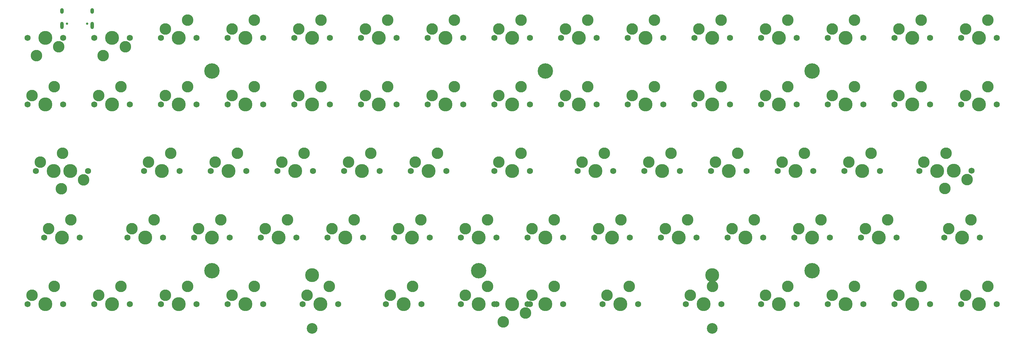
<source format=gbr>
%TF.GenerationSoftware,KiCad,Pcbnew,(6.0.8-1)-1*%
%TF.CreationDate,2024-01-21T20:58:34+01:00*%
%TF.ProjectId,tsuka60-pro,7473756b-6136-4302-9d70-726f2e6b6963,rev?*%
%TF.SameCoordinates,Original*%
%TF.FileFunction,Soldermask,Top*%
%TF.FilePolarity,Negative*%
%FSLAX46Y46*%
G04 Gerber Fmt 4.6, Leading zero omitted, Abs format (unit mm)*
G04 Created by KiCad (PCBNEW (6.0.8-1)-1) date 2024-01-21 20:58:34*
%MOMM*%
%LPD*%
G01*
G04 APERTURE LIST*
%ADD10C,4.400000*%
%ADD11C,2.600000*%
%ADD12C,3.987800*%
%ADD13C,3.048000*%
%ADD14C,1.750000*%
%ADD15C,3.300000*%
%ADD16C,0.650000*%
%ADD17O,1.000000X1.600000*%
%ADD18O,1.000000X2.100000*%
G04 APERTURE END LIST*
D10*
%TO.C,H1*%
X120650000Y-98425000D03*
D11*
X120650000Y-98425000D03*
%TD*%
%TO.C,H2*%
X215900000Y-98425000D03*
D10*
X215900000Y-98425000D03*
%TD*%
%TO.C,H5*%
X196850000Y-155575000D03*
D11*
X196850000Y-155575000D03*
%TD*%
D12*
%TO.C,S1*%
X149225000Y-156845000D03*
X263525000Y-156845000D03*
D13*
X263525000Y-172085000D03*
X149225000Y-172085000D03*
%TD*%
D10*
%TO.C,H6*%
X292100000Y-155575000D03*
D11*
X292100000Y-155575000D03*
%TD*%
D10*
%TO.C,H4*%
X120650000Y-155575000D03*
D11*
X120650000Y-155575000D03*
%TD*%
D10*
%TO.C,H3*%
X292100000Y-98425000D03*
D11*
X292100000Y-98425000D03*
%TD*%
D14*
%TO.C,MX56*%
X278130000Y-146050000D03*
D12*
X273050000Y-146050000D03*
D14*
X267970000Y-146050000D03*
D15*
X269240000Y-143510000D03*
X275590000Y-140970000D03*
%TD*%
D12*
%TO.C,MX73*%
X301625000Y-165100000D03*
D14*
X296545000Y-165100000D03*
X306705000Y-165100000D03*
D15*
X297815000Y-162560000D03*
X304165000Y-160020000D03*
%TD*%
D14*
%TO.C,MX39*%
X225107500Y-127000000D03*
X235267500Y-127000000D03*
D12*
X230187500Y-127000000D03*
D15*
X226377500Y-124460000D03*
X232727500Y-121920000D03*
%TD*%
D14*
%TO.C,MX19*%
X125095000Y-107950000D03*
X135255000Y-107950000D03*
D12*
X130175000Y-107950000D03*
D15*
X126365000Y-105410000D03*
X132715000Y-102870000D03*
%TD*%
D14*
%TO.C,MX5*%
X144145000Y-88900000D03*
D12*
X149225000Y-88900000D03*
D14*
X154305000Y-88900000D03*
D15*
X145415000Y-86360000D03*
X151765000Y-83820000D03*
%TD*%
D14*
%TO.C,MX16*%
X67945000Y-107950000D03*
X78105000Y-107950000D03*
D12*
X73025000Y-107950000D03*
D15*
X69215000Y-105410000D03*
X75565000Y-102870000D03*
%TD*%
D14*
%TO.C,MX51*%
X153670000Y-146050000D03*
D12*
X158750000Y-146050000D03*
D14*
X163830000Y-146050000D03*
D15*
X154940000Y-143510000D03*
X161290000Y-140970000D03*
%TD*%
D14*
%TO.C,MX40*%
X244157500Y-127000000D03*
D12*
X249237500Y-127000000D03*
D14*
X254317500Y-127000000D03*
D15*
X245427500Y-124460000D03*
X251777500Y-121920000D03*
%TD*%
D14*
%TO.C,MX8*%
X211455000Y-88900000D03*
D12*
X206375000Y-88900000D03*
D14*
X201295000Y-88900000D03*
D15*
X202565000Y-86360000D03*
X208915000Y-83820000D03*
%TD*%
D14*
%TO.C,MX7*%
X182245000Y-88900000D03*
X192405000Y-88900000D03*
D12*
X187325000Y-88900000D03*
D15*
X183515000Y-86360000D03*
X189865000Y-83820000D03*
%TD*%
D14*
%TO.C,MX26*%
X258445000Y-107950000D03*
X268605000Y-107950000D03*
D12*
X263525000Y-107950000D03*
D15*
X259715000Y-105410000D03*
X266065000Y-102870000D03*
%TD*%
D14*
%TO.C,MX68*%
X210820000Y-146050000D03*
D12*
X215900000Y-146050000D03*
D14*
X220980000Y-146050000D03*
D15*
X212090000Y-143510000D03*
X218440000Y-140970000D03*
%TD*%
D14*
%TO.C,MX41*%
X263207500Y-127000000D03*
X273367500Y-127000000D03*
D12*
X268287500Y-127000000D03*
D15*
X264477500Y-124460000D03*
X270827500Y-121920000D03*
%TD*%
D14*
%TO.C,MX48*%
X96520000Y-146050000D03*
D12*
X101600000Y-146050000D03*
D14*
X106680000Y-146050000D03*
D15*
X97790000Y-143510000D03*
X104140000Y-140970000D03*
%TD*%
D14*
%TO.C,MX65*%
X156686250Y-165100000D03*
X146526250Y-165100000D03*
D12*
X151606250Y-165100000D03*
D15*
X147796250Y-162560000D03*
X154146250Y-160020000D03*
%TD*%
D14*
%TO.C,MX22*%
X182245000Y-107950000D03*
D12*
X187325000Y-107950000D03*
D14*
X192405000Y-107950000D03*
D15*
X183515000Y-105410000D03*
X189865000Y-102870000D03*
%TD*%
D14*
%TO.C,MX69*%
X220980000Y-165100000D03*
X210820000Y-165100000D03*
D12*
X215900000Y-165100000D03*
D15*
X212090000Y-162560000D03*
X218440000Y-160020000D03*
%TD*%
D14*
%TO.C,MX35*%
X149542500Y-127000000D03*
X139382500Y-127000000D03*
D12*
X144462500Y-127000000D03*
D15*
X140652500Y-124460000D03*
X147002500Y-121920000D03*
%TD*%
D14*
%TO.C,MX32*%
X85248750Y-127000000D03*
D12*
X80168750Y-127000000D03*
D14*
X75088750Y-127000000D03*
D15*
X83978750Y-129540000D03*
X77628750Y-132080000D03*
%TD*%
D12*
%TO.C,MX2*%
X92075000Y-88900000D03*
D14*
X86995000Y-88900000D03*
X97155000Y-88900000D03*
D15*
X95885000Y-91440000D03*
X89535000Y-93980000D03*
%TD*%
D14*
%TO.C,MX66*%
X180498750Y-165100000D03*
X170338750Y-165100000D03*
D12*
X175418750Y-165100000D03*
D15*
X171608750Y-162560000D03*
X177958750Y-160020000D03*
%TD*%
D14*
%TO.C,MX14*%
X315595000Y-88900000D03*
X325755000Y-88900000D03*
D12*
X320675000Y-88900000D03*
D15*
X316865000Y-86360000D03*
X323215000Y-83820000D03*
%TD*%
D12*
%TO.C,MX67*%
X196850000Y-165100000D03*
D14*
X201930000Y-165100000D03*
X191770000Y-165100000D03*
D15*
X193040000Y-162560000D03*
X199390000Y-160020000D03*
%TD*%
D12*
%TO.C,MX54*%
X234950000Y-146050000D03*
D14*
X240030000Y-146050000D03*
X229870000Y-146050000D03*
D15*
X231140000Y-143510000D03*
X237490000Y-140970000D03*
%TD*%
D14*
%TO.C,MX10*%
X239395000Y-88900000D03*
D12*
X244475000Y-88900000D03*
D14*
X249555000Y-88900000D03*
D15*
X240665000Y-86360000D03*
X247015000Y-83820000D03*
%TD*%
D12*
%TO.C,MX20*%
X149225000Y-107950000D03*
D14*
X154305000Y-107950000D03*
X144145000Y-107950000D03*
D15*
X145415000Y-105410000D03*
X151765000Y-102870000D03*
%TD*%
D14*
%TO.C,MX32_2*%
X80486250Y-127000000D03*
D12*
X75406250Y-127000000D03*
D14*
X70326250Y-127000000D03*
D15*
X71596250Y-124460000D03*
X77946250Y-121920000D03*
%TD*%
D14*
%TO.C,MX42*%
X282257500Y-127000000D03*
D12*
X287337500Y-127000000D03*
D14*
X292417500Y-127000000D03*
D15*
X283527500Y-124460000D03*
X289877500Y-121920000D03*
%TD*%
D12*
%TO.C,MX24*%
X225425000Y-107950000D03*
D14*
X230505000Y-107950000D03*
X220345000Y-107950000D03*
D15*
X221615000Y-105410000D03*
X227965000Y-102870000D03*
%TD*%
D14*
%TO.C,MX12*%
X287655000Y-88900000D03*
X277495000Y-88900000D03*
D12*
X282575000Y-88900000D03*
D15*
X278765000Y-86360000D03*
X285115000Y-83820000D03*
%TD*%
D16*
%TO.C,J1*%
X84990000Y-84840000D03*
X79210000Y-84840000D03*
D17*
X86420000Y-81190000D03*
D18*
X86420000Y-85370000D03*
X77780000Y-85370000D03*
D17*
X77780000Y-81190000D03*
%TD*%
D14*
%TO.C,MX15*%
X334645000Y-88900000D03*
X344805000Y-88900000D03*
D12*
X339725000Y-88900000D03*
D15*
X335915000Y-86360000D03*
X342265000Y-83820000D03*
%TD*%
D12*
%TO.C,MX50*%
X139700000Y-146050000D03*
D14*
X134620000Y-146050000D03*
X144780000Y-146050000D03*
D15*
X135890000Y-143510000D03*
X142240000Y-140970000D03*
%TD*%
D12*
%TO.C,MX1*%
X73025000Y-88900000D03*
D14*
X67945000Y-88900000D03*
X78105000Y-88900000D03*
D15*
X76835000Y-91440000D03*
X70485000Y-93980000D03*
%TD*%
D14*
%TO.C,MX71*%
X266223750Y-165100000D03*
X256063750Y-165100000D03*
D12*
X261143750Y-165100000D03*
D15*
X257333750Y-162560000D03*
X263683750Y-160020000D03*
%TD*%
D12*
%TO.C,MX29*%
X320675000Y-107950000D03*
D14*
X315595000Y-107950000D03*
X325755000Y-107950000D03*
D15*
X316865000Y-105410000D03*
X323215000Y-102870000D03*
%TD*%
D12*
%TO.C,MX57*%
X292100000Y-146050000D03*
D14*
X287020000Y-146050000D03*
X297180000Y-146050000D03*
D15*
X288290000Y-143510000D03*
X294640000Y-140970000D03*
%TD*%
D12*
%TO.C,MX18*%
X111125000Y-107950000D03*
D14*
X106045000Y-107950000D03*
X116205000Y-107950000D03*
D15*
X107315000Y-105410000D03*
X113665000Y-102870000D03*
%TD*%
D12*
%TO.C,MX44*%
X332581250Y-126937500D03*
D14*
X327501250Y-126937500D03*
X337661250Y-126937500D03*
D15*
X336391250Y-129477500D03*
X330041250Y-132017500D03*
%TD*%
D12*
%TO.C,MX21*%
X168275000Y-107950000D03*
D14*
X163195000Y-107950000D03*
X173355000Y-107950000D03*
D15*
X164465000Y-105410000D03*
X170815000Y-102870000D03*
%TD*%
D14*
%TO.C,MX59*%
X340042500Y-146050000D03*
X329882500Y-146050000D03*
D12*
X334962500Y-146050000D03*
D15*
X331152500Y-143510000D03*
X337502500Y-140970000D03*
%TD*%
D12*
%TO.C,MX43*%
X306387500Y-127000000D03*
D14*
X301307500Y-127000000D03*
X311467500Y-127000000D03*
D15*
X302577500Y-124460000D03*
X308927500Y-121920000D03*
%TD*%
D14*
%TO.C,MX75*%
X334645000Y-165100000D03*
X344805000Y-165100000D03*
D12*
X339725000Y-165100000D03*
D15*
X335915000Y-162560000D03*
X342265000Y-160020000D03*
%TD*%
D14*
%TO.C,MX38*%
X201295000Y-127000000D03*
D12*
X206375000Y-127000000D03*
D14*
X211455000Y-127000000D03*
D15*
X202565000Y-124460000D03*
X208915000Y-121920000D03*
%TD*%
D14*
%TO.C,MX36*%
X158432500Y-127000000D03*
D12*
X163512500Y-127000000D03*
D14*
X168592500Y-127000000D03*
D15*
X159702500Y-124460000D03*
X166052500Y-121920000D03*
%TD*%
D14*
%TO.C,MX11*%
X268605000Y-88900000D03*
D12*
X263525000Y-88900000D03*
D14*
X258445000Y-88900000D03*
D15*
X259715000Y-86360000D03*
X266065000Y-83820000D03*
%TD*%
D12*
%TO.C,MX61*%
X73025000Y-165100000D03*
D14*
X78105000Y-165100000D03*
X67945000Y-165100000D03*
D15*
X69215000Y-162560000D03*
X75565000Y-160020000D03*
%TD*%
D14*
%TO.C,MX27*%
X287655000Y-107950000D03*
X277495000Y-107950000D03*
D12*
X282575000Y-107950000D03*
D15*
X278765000Y-105410000D03*
X285115000Y-102870000D03*
%TD*%
D14*
%TO.C,MX47*%
X72707500Y-146050000D03*
X82867500Y-146050000D03*
D12*
X77787500Y-146050000D03*
D15*
X73977500Y-143510000D03*
X80327500Y-140970000D03*
%TD*%
D12*
%TO.C,MX3*%
X111125000Y-88900000D03*
D14*
X116205000Y-88900000D03*
X106045000Y-88900000D03*
D15*
X107315000Y-86360000D03*
X113665000Y-83820000D03*
%TD*%
D14*
%TO.C,MX33*%
X101282500Y-127000000D03*
X111442500Y-127000000D03*
D12*
X106362500Y-127000000D03*
D15*
X102552500Y-124460000D03*
X108902500Y-121920000D03*
%TD*%
D12*
%TO.C,MX49*%
X120650000Y-146050000D03*
D14*
X115570000Y-146050000D03*
X125730000Y-146050000D03*
D15*
X116840000Y-143510000D03*
X123190000Y-140970000D03*
%TD*%
D14*
%TO.C,MX64*%
X125095000Y-165100000D03*
D12*
X130175000Y-165100000D03*
D14*
X135255000Y-165100000D03*
D15*
X126365000Y-162560000D03*
X132715000Y-160020000D03*
%TD*%
D14*
%TO.C,MX23*%
X211455000Y-107950000D03*
X201295000Y-107950000D03*
D12*
X206375000Y-107950000D03*
D15*
X202565000Y-105410000D03*
X208915000Y-102870000D03*
%TD*%
D14*
%TO.C,MX13*%
X296545000Y-88900000D03*
X306705000Y-88900000D03*
D12*
X301625000Y-88900000D03*
D15*
X297815000Y-86360000D03*
X304165000Y-83820000D03*
%TD*%
D14*
%TO.C,MX9*%
X220345000Y-88900000D03*
X230505000Y-88900000D03*
D12*
X225425000Y-88900000D03*
D15*
X221615000Y-86360000D03*
X227965000Y-83820000D03*
%TD*%
D12*
%TO.C,MX34*%
X125412500Y-127000000D03*
D14*
X120332500Y-127000000D03*
X130492500Y-127000000D03*
D15*
X121602500Y-124460000D03*
X127952500Y-121920000D03*
%TD*%
D12*
%TO.C,MX63*%
X111125000Y-165100000D03*
D14*
X116205000Y-165100000D03*
X106045000Y-165100000D03*
D15*
X107315000Y-162560000D03*
X113665000Y-160020000D03*
%TD*%
D12*
%TO.C,MX53*%
X196850000Y-146050000D03*
D14*
X191770000Y-146050000D03*
X201930000Y-146050000D03*
D15*
X193040000Y-143510000D03*
X199390000Y-140970000D03*
%TD*%
D14*
%TO.C,MX74*%
X325755000Y-165100000D03*
D12*
X320675000Y-165100000D03*
D14*
X315595000Y-165100000D03*
D15*
X316865000Y-162560000D03*
X323215000Y-160020000D03*
%TD*%
D14*
%TO.C,MX4*%
X125095000Y-88900000D03*
X135255000Y-88900000D03*
D12*
X130175000Y-88900000D03*
D15*
X126365000Y-86360000D03*
X132715000Y-83820000D03*
%TD*%
D14*
%TO.C,MX52*%
X172720000Y-146050000D03*
X182880000Y-146050000D03*
D12*
X177800000Y-146050000D03*
D15*
X173990000Y-143510000D03*
X180340000Y-140970000D03*
%TD*%
D14*
%TO.C,MX55*%
X259080000Y-146050000D03*
X248920000Y-146050000D03*
D12*
X254000000Y-146050000D03*
D15*
X250190000Y-143510000D03*
X256540000Y-140970000D03*
%TD*%
D14*
%TO.C,MX25*%
X249555000Y-107950000D03*
X239395000Y-107950000D03*
D12*
X244475000Y-107950000D03*
D15*
X240665000Y-105410000D03*
X247015000Y-102870000D03*
%TD*%
D14*
%TO.C,MX72*%
X277495000Y-165100000D03*
D12*
X282575000Y-165100000D03*
D14*
X287655000Y-165100000D03*
D15*
X278765000Y-162560000D03*
X285115000Y-160020000D03*
%TD*%
D12*
%TO.C,MX30*%
X339725000Y-107950000D03*
D14*
X344805000Y-107950000D03*
X334645000Y-107950000D03*
D15*
X335915000Y-105410000D03*
X342265000Y-102870000D03*
%TD*%
D14*
%TO.C,MX70_2*%
X201295000Y-165100000D03*
X211455000Y-165100000D03*
D12*
X206375000Y-165100000D03*
D15*
X210185000Y-167640000D03*
X203835000Y-170180000D03*
%TD*%
D14*
%TO.C,MX58*%
X316230000Y-146050000D03*
X306070000Y-146050000D03*
D12*
X311150000Y-146050000D03*
D15*
X307340000Y-143510000D03*
X313690000Y-140970000D03*
%TD*%
D12*
%TO.C,MX17*%
X92075000Y-107950000D03*
D14*
X97155000Y-107950000D03*
X86995000Y-107950000D03*
D15*
X88265000Y-105410000D03*
X94615000Y-102870000D03*
%TD*%
D12*
%TO.C,MX70*%
X237331250Y-165100000D03*
D14*
X242411250Y-165100000D03*
X232251250Y-165100000D03*
D15*
X233521250Y-162560000D03*
X239871250Y-160020000D03*
%TD*%
D12*
%TO.C,MX28*%
X301625000Y-107950000D03*
D14*
X296545000Y-107950000D03*
X306705000Y-107950000D03*
D15*
X297815000Y-105410000D03*
X304165000Y-102870000D03*
%TD*%
D14*
%TO.C,MX37*%
X187642500Y-127000000D03*
D12*
X182562500Y-127000000D03*
D14*
X177482500Y-127000000D03*
D15*
X178752500Y-124460000D03*
X185102500Y-121920000D03*
%TD*%
D14*
%TO.C,MX44_2*%
X332898750Y-127000000D03*
X322738750Y-127000000D03*
D12*
X327818750Y-127000000D03*
D15*
X324008750Y-124460000D03*
X330358750Y-121920000D03*
%TD*%
D12*
%TO.C,MX62*%
X92075000Y-165100000D03*
D14*
X86995000Y-165100000D03*
X97155000Y-165100000D03*
D15*
X88265000Y-162560000D03*
X94615000Y-160020000D03*
%TD*%
D12*
%TO.C,MX6*%
X168275000Y-88900000D03*
D14*
X163195000Y-88900000D03*
X173355000Y-88900000D03*
D15*
X164465000Y-86360000D03*
X170815000Y-83820000D03*
%TD*%
M02*

</source>
